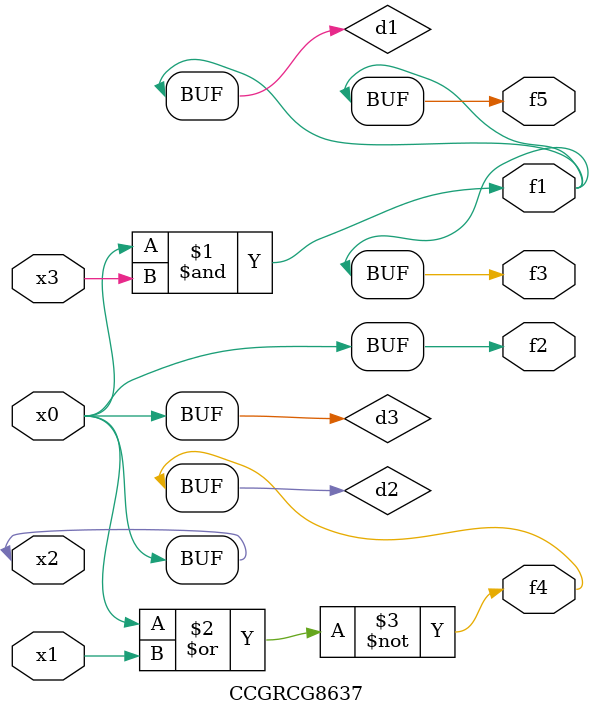
<source format=v>
module CCGRCG8637(
	input x0, x1, x2, x3,
	output f1, f2, f3, f4, f5
);

	wire d1, d2, d3;

	and (d1, x2, x3);
	nor (d2, x0, x1);
	buf (d3, x0, x2);
	assign f1 = d1;
	assign f2 = d3;
	assign f3 = d1;
	assign f4 = d2;
	assign f5 = d1;
endmodule

</source>
